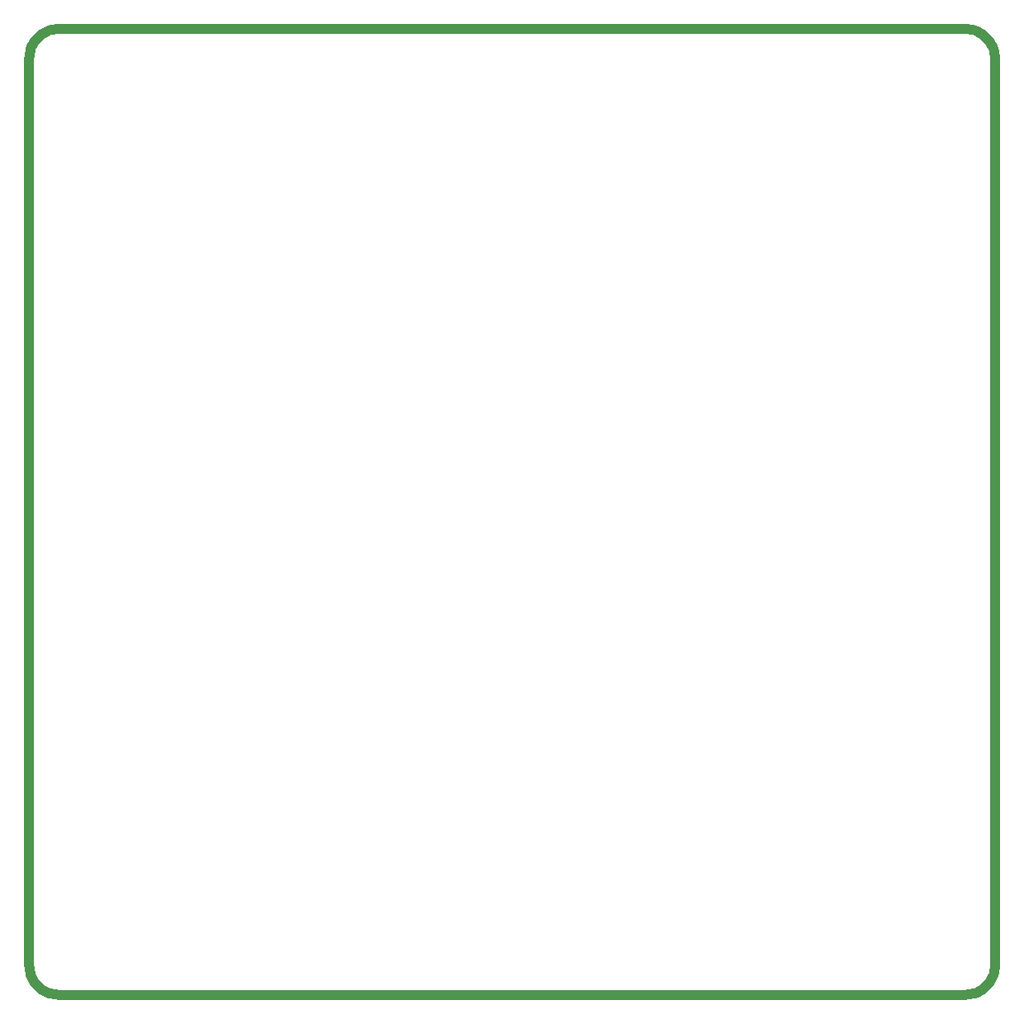
<source format=gko>
G04*
G04 #@! TF.GenerationSoftware,Altium Limited,Altium Designer,23.8.1 (32)*
G04*
G04 Layer_Color=16711935*
%FSLAX25Y25*%
%MOIN*%
G70*
G04*
G04 #@! TF.SameCoordinates,F96B85ED-F025-470D-A382-F87F92A237BF*
G04*
G04*
G04 #@! TF.FilePolarity,Positive*
G04*
G01*
G75*
%ADD46C,0.03937*%
D46*
X487265Y528454D02*
X487224Y529429D01*
X487104Y530398D01*
X486903Y531353D01*
X486625Y532289D01*
X486270Y533198D01*
X485841Y534075D01*
X485341Y534914D01*
X484774Y535708D01*
X484143Y536453D01*
X483453Y537143D01*
X482708Y537774D01*
X481914Y538341D01*
X481075Y538841D01*
X480198Y539270D01*
X479289Y539625D01*
X478353Y539903D01*
X477398Y540104D01*
X476429Y540224D01*
X475454Y540265D01*
Y150500D02*
X476429Y150540D01*
X477398Y150661D01*
X478353Y150861D01*
X479289Y151140D01*
X480198Y151495D01*
X481075Y151924D01*
X481914Y152423D01*
X482708Y152990D01*
X483453Y153621D01*
X484143Y154312D01*
X484774Y155057D01*
X485341Y155851D01*
X485841Y156690D01*
X486270Y157567D01*
X486625Y158476D01*
X486903Y159412D01*
X487104Y160367D01*
X487224Y161336D01*
X487265Y162311D01*
X109311Y540265D02*
X108336Y540224D01*
X107367Y540104D01*
X106412Y539903D01*
X105476Y539625D01*
X104567Y539270D01*
X103690Y538841D01*
X102851Y538341D01*
X102057Y537774D01*
X101312Y537143D01*
X100621Y536453D01*
X99990Y535708D01*
X99423Y534914D01*
X98923Y534075D01*
X98495Y533198D01*
X98140Y532289D01*
X97861Y531353D01*
X97661Y530398D01*
X97540Y529429D01*
X97500Y528454D01*
Y162311D02*
X97540Y161336D01*
X97661Y160367D01*
X97861Y159412D01*
X98140Y158476D01*
X98495Y157567D01*
X98923Y156690D01*
X99423Y155851D01*
X99990Y155057D01*
X100621Y154312D01*
X101312Y153621D01*
X102057Y152990D01*
X102851Y152423D01*
X103690Y151924D01*
X104567Y151495D01*
X105476Y151140D01*
X106412Y150861D01*
X107367Y150661D01*
X108336Y150540D01*
X109311Y150500D01*
X475454D01*
X109311Y540265D02*
X475454D01*
X487265Y162311D02*
Y528454D01*
X97500Y162311D02*
Y528454D01*
M02*

</source>
